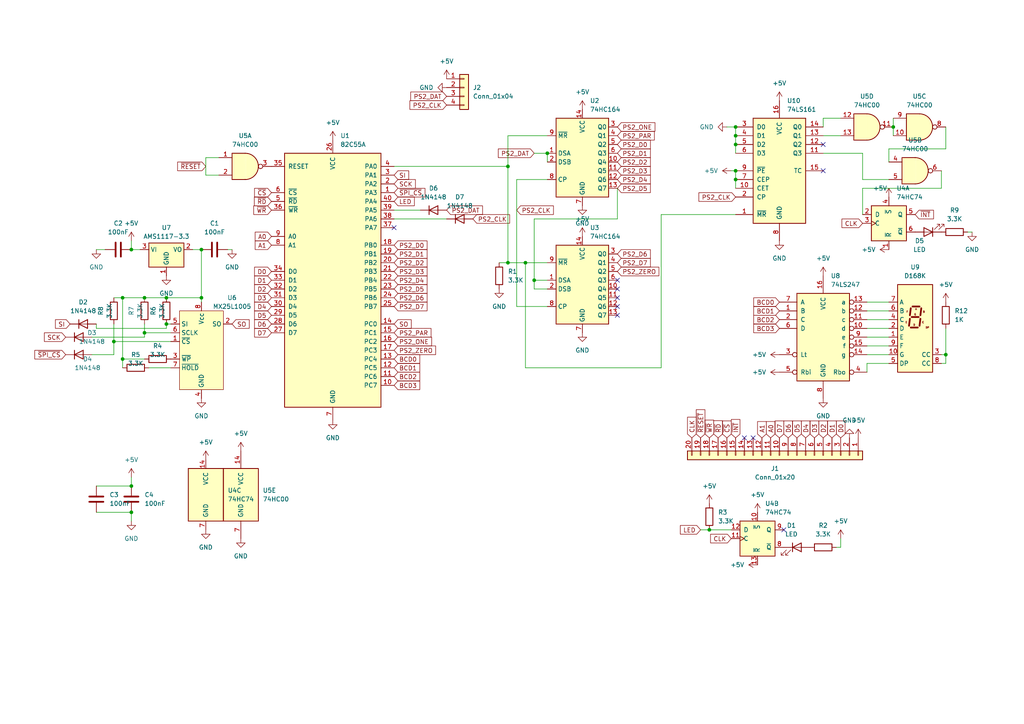
<source format=kicad_sch>
(kicad_sch (version 20230121) (generator eeschema)
  (paper "A4")
  (lib_symbols
    (symbol "74xx:74HC00" (pin_names (offset 1.016))
      (property "Reference" "U" (at 0 1.27 0))
      (property "Value" "74HC00" (at 0 -1.27 0))
      (symbol "74HC00_1_1"
        (pin input line (at -7.62 2.54 0) (length 3.81) (name "~") (number "1"))
        (pin input line (at -7.62 -2.54 0) (length 3.81) (name "~") (number "2"))
        (pin output inverted (at 7.62 0 180) (length 3.81) (name "~") (number "3"))
      )
      (symbol "74HC00_1_2"
        (pin input inverted (at -7.62 2.54 0) (length 4.318) (name "~") (number "1"))
        (pin input inverted (at -7.62 -2.54 0) (length 4.318) (name "~") (number "2"))
        (pin output line (at 7.62 0 180) (length 3.81) (name "~") (number "3"))
      )
      (symbol "74HC00_2_1"
        (pin input line (at -7.62 2.54 0) (length 3.81) (name "~") (number "4"))
        (pin input line (at -7.62 -2.54 0) (length 3.81) (name "~") (number "5"))
        (pin output inverted (at 7.62 0 180) (length 3.81) (name "~") (number "6"))
      )
      (symbol "74HC00_2_2"
        (pin input inverted (at -7.62 2.54 0) (length 4.318) (name "~") (number "4"))
        (pin input inverted (at -7.62 -2.54 0) (length 4.318) (name "~") (number "5"))
        (pin output line (at 7.62 0 180) (length 3.81) (name "~") (number "6"))
      )
      (symbol "74HC00_3_1"
        (pin input line (at -7.62 -2.54 0) (length 3.81) (name "~") (number "10"))
        (pin output inverted (at 7.62 0 180) (length 3.81) (name "~") (number "8"))
        (pin input line (at -7.62 2.54 0) (length 3.81) (name "~") (number "9"))
      )
      (symbol "74HC00_3_2"
        (pin input inverted (at -7.62 -2.54 0) (length 4.318) (name "~") (number "10"))
        (pin output line (at 7.62 0 180) (length 3.81) (name "~") (number "8"))
        (pin input inverted (at -7.62 2.54 0) (length 4.318) (name "~") (number "9"))
      )
      (symbol "74HC00_4_1"
        (pin output inverted (at 7.62 0 180) (length 3.81) (name "~") (number "11"))
        (pin input line (at -7.62 2.54 0) (length 3.81) (name "~") (number "12"))
        (pin input line (at -7.62 -2.54 0) (length 3.81) (name "~") (number "13"))
      )
      (symbol "74HC00_4_2"
        (pin output line (at 7.62 0 180) (length 3.81) (name "~") (number "11"))
        (pin input inverted (at -7.62 2.54 0) (length 4.318) (name "~") (number "12"))
        (pin input inverted (at -7.62 -2.54 0) (length 4.318) (name "~") (number "13"))
      )
      (symbol "74HC00_5_0"
        (pin power_in line (at 0 12.7 270) (length 5.08) (name "VCC") (number "14"))
        (pin power_in line (at 0 -12.7 90) (length 5.08) (name "GND") (number "7"))
      )
    )
    (symbol "74xx:74HC164"
      (property "Reference" "U" (at 1.905 -13.97 0))
      (property "Value" "74HC164" (at 1.905 -16.51 0))
      (symbol "74HC164_1_1"
        (pin input line (at -10.16 0 0) (length 2.54) (name "DSA") (number "1"))
        (pin output line (at 10.16 -2.54 180) (length 2.54) (name "Q4") (number "10"))
        (pin output line (at 10.16 -5.08 180) (length 2.54) (name "Q5") (number "11"))
        (pin output line (at 10.16 -7.62 180) (length 2.54) (name "Q6") (number "12"))
        (pin output line (at 10.16 -10.16 180) (length 2.54) (name "Q7") (number "13"))
        (pin power_in line (at 0 12.7 270) (length 2.54) (name "VCC") (number "14"))
        (pin input line (at -10.16 -2.54 0) (length 2.54) (name "DSB") (number "2"))
        (pin output line (at 10.16 7.62 180) (length 2.54) (name "Q0") (number "3"))
        (pin output line (at 10.16 5.08 180) (length 2.54) (name "Q1") (number "4"))
        (pin output line (at 10.16 2.54 180) (length 2.54) (name "Q2") (number "5"))
        (pin output line (at 10.16 0 180) (length 2.54) (name "Q3") (number "6"))
        (pin power_in line (at 0 -15.24 90) (length 2.54) (name "GND") (number "7"))
        (pin input line (at -10.16 -7.62 0) (length 2.54) (name "CP") (number "8"))
        (pin input line (at -10.16 5.08 0) (length 2.54) (name "~{MR}") (number "9"))
      )
    )
    (symbol "74xx:74HC74" (pin_names (offset 1.016))
      (property "Reference" "U" (at -7.62 8.89 0))
      (property "Value" "74HC74" (at -7.62 -8.89 0))
      (symbol "74HC74_1_0"
        (pin input line (at 0 -7.62 90) (length 2.54) (name "~{R}") (number "1"))
        (pin input line (at -7.62 2.54 0) (length 2.54) (name "D") (number "2"))
        (pin input clock (at -7.62 0 0) (length 2.54) (name "C") (number "3"))
        (pin input line (at 0 7.62 270) (length 2.54) (name "~{S}") (number "4"))
        (pin output line (at 7.62 2.54 180) (length 2.54) (name "Q") (number "5"))
        (pin output line (at 7.62 -2.54 180) (length 2.54) (name "~{Q}") (number "6"))
      )
      (symbol "74HC74_2_0"
        (pin input line (at 0 7.62 270) (length 2.54) (name "~{S}") (number "10"))
        (pin input clock (at -7.62 0 0) (length 2.54) (name "C") (number "11"))
        (pin input line (at -7.62 2.54 0) (length 2.54) (name "D") (number "12"))
        (pin input line (at 0 -7.62 90) (length 2.54) (name "~{R}") (number "13"))
        (pin output line (at 7.62 -2.54 180) (length 2.54) (name "~{Q}") (number "8"))
        (pin output line (at 7.62 2.54 180) (length 2.54) (name "Q") (number "9"))
      )
      (symbol "74HC74_3_0"
        (pin power_in line (at 0 10.16 270) (length 2.54) (name "VCC") (number "14"))
        (pin power_in line (at 0 -10.16 90) (length 2.54) (name "GND") (number "7"))
      )
    )
    (symbol "74xx:74LS163" (pin_names (offset 1.016))
      (property "Reference" "U" (at -7.62 16.51 0))
      (property "Value" "74LS163" (at -7.62 -16.51 0))
      (symbol "74LS163_1_0"
        (pin input line (at -12.7 -12.7 0) (length 5.08) (name "~{MR}") (number "1"))
        (pin input line (at -12.7 -5.08 0) (length 5.08) (name "CET") (number "10"))
        (pin output line (at 12.7 5.08 180) (length 5.08) (name "Q3") (number "11"))
        (pin output line (at 12.7 7.62 180) (length 5.08) (name "Q2") (number "12"))
        (pin output line (at 12.7 10.16 180) (length 5.08) (name "Q1") (number "13"))
        (pin output line (at 12.7 12.7 180) (length 5.08) (name "Q0") (number "14"))
        (pin output line (at 12.7 0 180) (length 5.08) (name "TC") (number "15"))
        (pin power_in line (at 0 20.32 270) (length 5.08) (name "VCC") (number "16"))
        (pin input line (at -12.7 -7.62 0) (length 5.08) (name "CP") (number "2"))
        (pin input line (at -12.7 12.7 0) (length 5.08) (name "D0") (number "3"))
        (pin input line (at -12.7 10.16 0) (length 5.08) (name "D1") (number "4"))
        (pin input line (at -12.7 7.62 0) (length 5.08) (name "D2") (number "5"))
        (pin input line (at -12.7 5.08 0) (length 5.08) (name "D3") (number "6"))
        (pin input line (at -12.7 -2.54 0) (length 5.08) (name "CEP") (number "7"))
        (pin power_in line (at 0 -20.32 90) (length 5.08) (name "GND") (number "8"))
        (pin input line (at -12.7 0 0) (length 5.08) (name "~{PE}") (number "9"))
      )
    )
    (symbol "74xx:74LS247" (pin_names (offset 1.016))
      (property "Reference" "U" (at -7.62 13.97 0))
      (property "Value" "74LS247" (at -7.62 -13.97 0))
      (symbol "74LS247_1_0"
        (pin input line (at -12.7 7.62 0) (length 5.08) (name "B") (number "1"))
        (pin open_collector inverted (at 12.7 2.54 180) (length 5.08) (name "d") (number "10"))
        (pin open_collector inverted (at 12.7 5.08 180) (length 5.08) (name "c") (number "11"))
        (pin open_collector inverted (at 12.7 7.62 180) (length 5.08) (name "b") (number "12"))
        (pin open_collector inverted (at 12.7 10.16 180) (length 5.08) (name "a") (number "13"))
        (pin open_collector inverted (at 12.7 -5.08 180) (length 5.08) (name "g") (number "14"))
        (pin open_collector inverted (at 12.7 -2.54 180) (length 5.08) (name "f") (number "15"))
        (pin power_in line (at 0 17.78 270) (length 5.08) (name "VCC") (number "16"))
        (pin input line (at -12.7 5.08 0) (length 5.08) (name "C") (number "2"))
        (pin input inverted (at -12.7 -5.08 0) (length 5.08) (name "Lt") (number "3"))
        (pin output inverted (at 12.7 -10.16 180) (length 5.08) (name "Rbo") (number "4"))
        (pin input inverted (at -12.7 -10.16 0) (length 5.08) (name "Rbi") (number "5"))
        (pin input line (at -12.7 2.54 0) (length 5.08) (name "D") (number "6"))
        (pin input line (at -12.7 10.16 0) (length 5.08) (name "A") (number "7"))
        (pin power_in line (at 0 -17.78 90) (length 5.08) (name "GND") (number "8"))
        (pin open_collector inverted (at 12.7 0 180) (length 5.08) (name "e") (number "9"))
      )
    )
    (symbol "Connector_Generic:Conn_01x04" (pin_names (offset 1.016) hide)
      (property "Reference" "J" (at 0 5.08 0))
      (property "Value" "Conn_01x04" (at 0 -7.62 0))
      (symbol "Conn_01x04_1_1"
        (pin passive line (at -5.08 2.54 0) (length 3.81) (name "Pin_1") (number "1"))
        (pin passive line (at -5.08 0 0) (length 3.81) (name "Pin_2") (number "2"))
        (pin passive line (at -5.08 -2.54 0) (length 3.81) (name "Pin_3") (number "3"))
        (pin passive line (at -5.08 -5.08 0) (length 3.81) (name "Pin_4") (number "4"))
      )
    )
    (symbol "Connector_Generic:Conn_01x20" (pin_names (offset 1.016) hide)
      (property "Reference" "J" (at 0 25.4 0))
      (property "Value" "Conn_01x20" (at 0 -27.94 0))
      (symbol "Conn_01x20_1_1"
        (pin passive line (at -5.08 22.86 0) (length 3.81) (name "Pin_1") (number "1"))
        (pin passive line (at -5.08 0 0) (length 3.81) (name "Pin_10") (number "10"))
        (pin passive line (at -5.08 -2.54 0) (length 3.81) (name "Pin_11") (number "11"))
        (pin passive line (at -5.08 -5.08 0) (length 3.81) (name "Pin_12") (number "12"))
        (pin passive line (at -5.08 -7.62 0) (length 3.81) (name "Pin_13") (number "13"))
        (pin passive line (at -5.08 -10.16 0) (length 3.81) (name "Pin_14") (number "14"))
        (pin passive line (at -5.08 -12.7 0) (length 3.81) (name "Pin_15") (number "15"))
        (pin passive line (at -5.08 -15.24 0) (length 3.81) (name "Pin_16") (number "16"))
        (pin passive line (at -5.08 -17.78 0) (length 3.81) (name "Pin_17") (number "17"))
        (pin passive line (at -5.08 -20.32 0) (length 3.81) (name "Pin_18") (number "18"))
        (pin passive line (at -5.08 -22.86 0) (length 3.81) (name "Pin_19") (number "19"))
        (pin passive line (at -5.08 20.32 0) (length 3.81) (name "Pin_2") (number "2"))
        (pin passive line (at -5.08 -25.4 0) (length 3.81) (name "Pin_20") (number "20"))
        (pin passive line (at -5.08 17.78 0) (length 3.81) (name "Pin_3") (number "3"))
        (pin passive line (at -5.08 15.24 0) (length 3.81) (name "Pin_4") (number "4"))
        (pin passive line (at -5.08 12.7 0) (length 3.81) (name "Pin_5") (number "5"))
        (pin passive line (at -5.08 10.16 0) (length 3.81) (name "Pin_6") (number "6"))
        (pin passive line (at -5.08 7.62 0) (length 3.81) (name "Pin_7") (number "7"))
        (pin passive line (at -5.08 5.08 0) (length 3.81) (name "Pin_8") (number "8"))
        (pin passive line (at -5.08 2.54 0) (length 3.81) (name "Pin_9") (number "9"))
      )
    )
    (symbol "Device:C" (pin_numbers hide) (pin_names (offset 0.254))
      (property "Reference" "C" (at 0.635 2.54 0))
      (property "Value" "C" (at 0.635 -2.54 0))
      (symbol "C_1_1"
        (pin passive line (at 0 3.81 270) (length 2.794) (name "~") (number "1"))
        (pin passive line (at 0 -3.81 90) (length 2.794) (name "~") (number "2"))
      )
    )
    (symbol "Device:D" (pin_numbers hide) (pin_names (offset 1.016) hide)
      (property "Reference" "D" (at 0 2.54 0))
      (property "Value" "D" (at 0 -2.54 0))
      (symbol "D_1_1"
        (pin passive line (at -3.81 0 0) (length 2.54) (name "K") (number "1"))
        (pin passive line (at 3.81 0 180) (length 2.54) (name "A") (number "2"))
      )
    )
    (symbol "Device:LED" (pin_numbers hide) (pin_names (offset 1.016) hide)
      (property "Reference" "D" (at 0 2.54 0))
      (property "Value" "LED" (at 0 -2.54 0))
      (symbol "LED_1_1"
        (pin passive line (at -3.81 0 0) (length 2.54) (name "K") (number "1"))
        (pin passive line (at 3.81 0 180) (length 2.54) (name "A") (number "2"))
      )
    )
    (symbol "Device:R" (pin_numbers hide) (pin_names (offset 0))
      (property "Reference" "R" (at 2.032 0 90))
      (property "Value" "R" (at 0 0 90))
      (symbol "R_1_1"
        (pin passive line (at 0 3.81 270) (length 1.27) (name "~") (number "1"))
        (pin passive line (at 0 -3.81 90) (length 1.27) (name "~") (number "2"))
      )
    )
    (symbol "Display_Character:D168K"
      (property "Reference" "U" (at -2.54 13.97 0))
      (property "Value" "D168K" (at 1.27 13.97 0))
      (symbol "D168K_0_0"
        (text "A" (at 0.254 5.588 0) (effects (font (size 0.508 0.508))))
        (text "B" (at 2.54 4.826 0) (effects (font (size 0.508 0.508))))
        (text "C" (at 2.286 1.778 0) (effects (font (size 0.508 0.508))))
        (text "D" (at -0.254 1.016 0) (effects (font (size 0.508 0.508))))
        (text "DP" (at 3.556 0.254 0) (effects (font (size 0.508 0.508))))
        (text "E" (at -2.54 1.778 0) (effects (font (size 0.508 0.508))))
        (text "F" (at -2.286 4.826 0) (effects (font (size 0.508 0.508))))
        (text "G" (at 0 4.064 0) (effects (font (size 0.508 0.508))))
      )
      (symbol "D168K_1_1"
        (pin input line (at -7.62 -2.54 0) (length 2.54) (name "E") (number "1"))
        (pin input line (at -7.62 -7.62 0) (length 2.54) (name "G") (number "10"))
        (pin input line (at -7.62 0 0) (length 2.54) (name "D") (number "2"))
        (pin input line (at 7.62 -7.62 180) (length 2.54) (name "CC") (number "3"))
        (pin input line (at -7.62 2.54 0) (length 2.54) (name "C") (number "4"))
        (pin input line (at -7.62 -10.16 0) (length 2.54) (name "DP") (number "5"))
        (pin input line (at -7.62 5.08 0) (length 2.54) (name "B") (number "6"))
        (pin input line (at -7.62 7.62 0) (length 2.54) (name "A") (number "7"))
        (pin input line (at 7.62 -10.16 180) (length 2.54) (name "CC") (number "8"))
        (pin input line (at -7.62 -5.08 0) (length 2.54) (name "F") (number "9"))
      )
    )
    (symbol "Interface:82C55A" (pin_names (offset 1.016))
      (property "Reference" "U" (at -13.97 38.1 0))
      (property "Value" "82C55A" (at 8.89 38.1 0))
      (symbol "82C55A_1_1"
        (pin bidirectional line (at 17.78 25.4 180) (length 3.81) (name "PA3") (number "1"))
        (pin bidirectional line (at 17.78 -30.48 180) (length 3.81) (name "PC7") (number "10"))
        (pin bidirectional line (at 17.78 -27.94 180) (length 3.81) (name "PC6") (number "11"))
        (pin bidirectional line (at 17.78 -25.4 180) (length 3.81) (name "PC5") (number "12"))
        (pin bidirectional line (at 17.78 -22.86 180) (length 3.81) (name "PC4") (number "13"))
        (pin bidirectional line (at 17.78 -12.7 180) (length 3.81) (name "PC0") (number "14"))
        (pin bidirectional line (at 17.78 -15.24 180) (length 3.81) (name "PC1") (number "15"))
        (pin bidirectional line (at 17.78 -17.78 180) (length 3.81) (name "PC2") (number "16"))
        (pin bidirectional line (at 17.78 -20.32 180) (length 3.81) (name "PC3") (number "17"))
        (pin bidirectional line (at 17.78 10.16 180) (length 3.81) (name "PB0") (number "18"))
        (pin bidirectional line (at 17.78 7.62 180) (length 3.81) (name "PB1") (number "19"))
        (pin bidirectional line (at 17.78 27.94 180) (length 3.81) (name "PA2") (number "2"))
        (pin bidirectional line (at 17.78 5.08 180) (length 3.81) (name "PB2") (number "20"))
        (pin bidirectional line (at 17.78 2.54 180) (length 3.81) (name "PB3") (number "21"))
        (pin bidirectional line (at 17.78 0 180) (length 3.81) (name "PB4") (number "22"))
        (pin bidirectional line (at 17.78 -2.54 180) (length 3.81) (name "PB5") (number "23"))
        (pin bidirectional line (at 17.78 -5.08 180) (length 3.81) (name "PB6") (number "24"))
        (pin bidirectional line (at 17.78 -7.62 180) (length 3.81) (name "PB7") (number "25"))
        (pin power_in line (at 0 40.64 270) (length 3.81) (name "VCC") (number "26"))
        (pin bidirectional line (at -17.78 -15.24 0) (length 3.81) (name "D7") (number "27"))
        (pin bidirectional line (at -17.78 -12.7 0) (length 3.81) (name "D6") (number "28"))
        (pin bidirectional line (at -17.78 -10.16 0) (length 3.81) (name "D5") (number "29"))
        (pin bidirectional line (at 17.78 30.48 180) (length 3.81) (name "PA1") (number "3"))
        (pin bidirectional line (at -17.78 -7.62 0) (length 3.81) (name "D4") (number "30"))
        (pin bidirectional line (at -17.78 -5.08 0) (length 3.81) (name "D3") (number "31"))
        (pin bidirectional line (at -17.78 -2.54 0) (length 3.81) (name "D2") (number "32"))
        (pin bidirectional line (at -17.78 0 0) (length 3.81) (name "D1") (number "33"))
        (pin bidirectional line (at -17.78 2.54 0) (length 3.81) (name "D0") (number "34"))
        (pin input line (at -17.78 33.02 0) (length 3.81) (name "RESET") (number "35"))
        (pin input line (at -17.78 20.32 0) (length 3.81) (name "~{WR}") (number "36"))
        (pin bidirectional line (at 17.78 15.24 180) (length 3.81) (name "PA7") (number "37"))
        (pin bidirectional line (at 17.78 17.78 180) (length 3.81) (name "PA6") (number "38"))
        (pin bidirectional line (at 17.78 20.32 180) (length 3.81) (name "PA5") (number "39"))
        (pin bidirectional line (at 17.78 33.02 180) (length 3.81) (name "PA0") (number "4"))
        (pin bidirectional line (at 17.78 22.86 180) (length 3.81) (name "PA4") (number "40"))
        (pin input line (at -17.78 22.86 0) (length 3.81) (name "~{RD}") (number "5"))
        (pin input line (at -17.78 25.4 0) (length 3.81) (name "~{CS}") (number "6"))
        (pin power_in line (at 0 -40.64 90) (length 3.81) (name "GND") (number "7"))
        (pin input line (at -17.78 10.16 0) (length 3.81) (name "A1") (number "8"))
        (pin input line (at -17.78 12.7 0) (length 3.81) (name "A0") (number "9"))
      )
    )
    (symbol "Regulator_Linear:AMS1117-3.3"
      (property "Reference" "U" (at -3.81 3.175 0))
      (property "Value" "AMS1117-3.3" (at 0 3.175 0))
      (symbol "AMS1117-3.3_1_1"
        (pin power_in line (at 0 -7.62 90) (length 2.54) (name "GND") (number "1"))
        (pin power_out line (at 7.62 0 180) (length 2.54) (name "VO") (number "2"))
        (pin power_in line (at -7.62 0 0) (length 2.54) (name "VI") (number "3"))
      )
    )
    (symbol "TholinsStuff:MX25L1005"
      (property "Reference" "U" (at 0 0 0))
      (property "Value" "MX25L1005" (at 0 0 0))
      (symbol "MX25L1005_1_1"
        (pin input line (at -8.89 -12.7 0) (length 2.54) (name "~{CS}") (number "1"))
        (pin output line (at 8.89 -7.62 180) (length 2.54) (name "SO") (number "2"))
        (pin input line (at -8.89 -17.78 0) (length 2.54) (name "~{WP}") (number "3"))
        (pin input line (at 0 -29.21 90) (length 2.54) (name "GND") (number "4"))
        (pin input line (at -8.89 -7.62 0) (length 2.54) (name "SI") (number "5"))
        (pin input line (at -8.89 -10.16 0) (length 2.54) (name "SCLK") (number "6"))
        (pin input line (at -8.89 -20.32 0) (length 2.54) (name "~{HOLD}") (number "7"))
        (pin input line (at 0 -1.27 270) (length 2.54) (name "Vcc") (number "8"))
      )
    )
    (symbol "power:+5V" (power) (pin_names (offset 0))
      (property "Value" "+5V" (at 0 3.556 0))
      (symbol "+5V_1_1"
        (pin power_in line (at 0 0 90) (length 0) hide (name "+5V") (number "1"))
      )
    )
    (symbol "power:GND" (power) (pin_names (offset 0))
      (property "Value" "GND" (at 0 -3.81 0))
      (symbol "GND_1_1"
        (pin power_in line (at 0 0 270) (length 0) hide (name "GND") (number "1"))
      )
    )
  )
  (junction (at 48.26 93.98))
  (junction (at 38.1 140.97))
  (junction (at 213.36 36.83))
  (junction (at 58.42 86.36))
  (junction (at 48.26 86.36))
  (junction (at 38.1 72.39))
  (junction (at 38.1 148.59))
  (junction (at 213.36 39.37))
  (junction (at 41.91 96.52))
  (junction (at 158.75 44.45))
  (junction (at 213.36 41.91))
  (junction (at 213.36 52.07))
  (junction (at 213.36 49.53))
  (junction (at 154.94 81.28))
  (junction (at 205.74 153.67))
  (junction (at 147.32 48.26))
  (junction (at 147.32 76.2))
  (junction (at 35.56 86.36))
  (junction (at 58.42 72.39))
  (junction (at 152.4 76.2))
  (junction (at 41.91 86.36))
  (junction (at 35.56 104.14))
  (junction (at 33.02 99.06))
  (junction (at 259.08 36.83))
  (junction (at 274.32 102.87))
  (no_connect (at 218.44 127))
  (no_connect (at 215.9 127))
  (no_connect (at 238.76 41.91))
  (no_connect (at 179.07 81.28))
  (no_connect (at 227.33 153.67))
  (no_connect (at 114.3 66.04))
  (no_connect (at 179.07 86.36))
  (no_connect (at 179.07 88.9))
  (no_connect (at 238.76 49.53))
  (no_connect (at 179.07 91.44))
  (no_connect (at 179.07 83.82))
  (wire (pts (xy 152.4 106.68) (xy 191.77 106.68)))
  (wire (pts (xy 41.91 97.79) (xy 41.91 96.52)))
  (wire (pts (xy 243.84 158.75) (xy 242.57 158.75)))
  (wire (pts (xy 63.5 50.8) (xy 59.69 50.8)))
  (wire (pts (xy 27.94 95.25) (xy 48.26 95.25)))
  (wire (pts (xy 191.77 62.23) (xy 191.77 106.68)))
  (wire (pts (xy 154.94 63.5) (xy 154.94 81.28)))
  (wire (pts (xy 213.36 49.53) (xy 213.36 52.07)))
  (wire (pts (xy 149.86 88.9) (xy 158.75 88.9)))
  (wire (pts (xy 26.67 102.87) (xy 33.02 102.87)))
  (wire (pts (xy 38.1 140.97) (xy 27.94 140.97)))
  (wire (pts (xy 257.81 105.41) (xy 251.46 105.41)))
  (wire (pts (xy 179.07 54.61) (xy 179.07 63.5)))
  (wire (pts (xy 213.36 39.37) (xy 213.36 41.91)))
  (wire (pts (xy 251.46 102.87) (xy 257.81 102.87)))
  (wire (pts (xy 48.26 86.36) (xy 58.42 86.36)))
  (wire (pts (xy 259.08 36.83) (xy 259.08 39.37)))
  (wire (pts (xy 280.67 67.31) (xy 281.94 67.31)))
  (wire (pts (xy 38.1 72.39) (xy 40.64 72.39)))
  (wire (pts (xy 43.18 106.68) (xy 49.53 106.68)))
  (wire (pts (xy 274.32 43.18) (xy 257.81 43.18)))
  (wire (pts (xy 58.42 86.36) (xy 58.42 87.63)))
  (wire (pts (xy 33.02 86.36) (xy 35.56 86.36)))
  (wire (pts (xy 27.94 72.39) (xy 30.48 72.39)))
  (wire (pts (xy 257.81 43.18) (xy 257.81 46.99)))
  (wire (pts (xy 205.74 153.67) (xy 212.09 153.67)))
  (wire (pts (xy 35.56 104.14) (xy 35.56 106.68)))
  (wire (pts (xy 41.91 86.36) (xy 48.26 86.36)))
  (wire (pts (xy 147.32 76.2) (xy 152.4 76.2)))
  (wire (pts (xy 274.32 102.87) (xy 274.32 105.41)))
  (wire (pts (xy 26.67 97.79) (xy 41.91 97.79)))
  (wire (pts (xy 179.07 63.5) (xy 154.94 63.5)))
  (wire (pts (xy 33.02 102.87) (xy 33.02 99.06)))
  (wire (pts (xy 251.46 95.25) (xy 257.81 95.25)))
  (wire (pts (xy 35.56 104.14) (xy 35.56 86.36)))
  (wire (pts (xy 158.75 83.82) (xy 154.94 83.82)))
  (wire (pts (xy 48.26 95.25) (xy 48.26 93.98)))
  (wire (pts (xy 27.94 93.98) (xy 27.94 95.25)))
  (wire (pts (xy 274.32 95.25) (xy 274.32 102.87)))
  (wire (pts (xy 273.05 54.61) (xy 250.19 54.61)))
  (wire (pts (xy 238.76 34.29) (xy 238.76 36.83)))
  (wire (pts (xy 152.4 106.68) (xy 152.4 76.2)))
  (wire (pts (xy 251.46 97.79) (xy 257.81 97.79)))
  (wire (pts (xy 273.05 102.87) (xy 274.32 102.87)))
  (wire (pts (xy 213.36 36.83) (xy 213.36 39.37)))
  (wire (pts (xy 154.94 83.82) (xy 154.94 81.28)))
  (wire (pts (xy 250.19 52.07) (xy 257.81 52.07)))
  (wire (pts (xy 259.08 34.29) (xy 259.08 36.83)))
  (wire (pts (xy 251.46 90.17) (xy 257.81 90.17)))
  (wire (pts (xy 147.32 39.37) (xy 147.32 48.26)))
  (wire (pts (xy 63.5 45.72) (xy 59.69 45.72)))
  (wire (pts (xy 152.4 76.2) (xy 158.75 76.2)))
  (wire (pts (xy 35.56 86.36) (xy 41.91 86.36)))
  (wire (pts (xy 213.36 41.91) (xy 213.36 44.45)))
  (wire (pts (xy 250.19 54.61) (xy 250.19 62.23)))
  (wire (pts (xy 66.04 72.39) (xy 67.31 72.39)))
  (wire (pts (xy 41.91 96.52) (xy 49.53 96.52)))
  (wire (pts (xy 41.91 93.98) (xy 41.91 96.52)))
  (wire (pts (xy 144.78 76.2) (xy 147.32 76.2)))
  (wire (pts (xy 49.53 99.06) (xy 33.02 99.06)))
  (wire (pts (xy 212.09 49.53) (xy 213.36 49.53)))
  (wire (pts (xy 48.26 93.98) (xy 49.53 93.98)))
  (wire (pts (xy 251.46 105.41) (xy 251.46 107.95)))
  (wire (pts (xy 158.75 52.07) (xy 149.86 52.07)))
  (wire (pts (xy 38.1 151.13) (xy 38.1 148.59)))
  (wire (pts (xy 238.76 44.45) (xy 250.19 44.45)))
  (wire (pts (xy 59.69 45.72) (xy 59.69 50.8)))
  (wire (pts (xy 154.94 81.28) (xy 158.75 81.28)))
  (wire (pts (xy 243.84 156.21) (xy 243.84 158.75)))
  (wire (pts (xy 114.3 60.96) (xy 121.92 60.96)))
  (wire (pts (xy 158.75 46.99) (xy 158.75 44.45)))
  (wire (pts (xy 251.46 87.63) (xy 257.81 87.63)))
  (wire (pts (xy 158.75 39.37) (xy 147.32 39.37)))
  (wire (pts (xy 243.84 34.29) (xy 238.76 34.29)))
  (wire (pts (xy 213.36 62.23) (xy 191.77 62.23)))
  (wire (pts (xy 251.46 92.71) (xy 257.81 92.71)))
  (wire (pts (xy 38.1 138.43) (xy 38.1 140.97)))
  (wire (pts (xy 58.42 72.39) (xy 58.42 86.36)))
  (wire (pts (xy 210.82 36.83) (xy 213.36 36.83)))
  (wire (pts (xy 33.02 99.06) (xy 33.02 93.98)))
  (wire (pts (xy 250.19 44.45) (xy 250.19 52.07)))
  (wire (pts (xy 251.46 100.33) (xy 257.81 100.33)))
  (wire (pts (xy 114.3 48.26) (xy 147.32 48.26)))
  (wire (pts (xy 203.2 153.67) (xy 205.74 153.67)))
  (wire (pts (xy 38.1 69.85) (xy 38.1 72.39)))
  (wire (pts (xy 114.3 63.5) (xy 129.54 63.5)))
  (wire (pts (xy 274.32 36.83) (xy 274.32 43.18)))
  (wire (pts (xy 273.05 49.53) (xy 273.05 54.61)))
  (wire (pts (xy 38.1 148.59) (xy 27.94 148.59)))
  (wire (pts (xy 238.76 39.37) (xy 243.84 39.37)))
  (wire (pts (xy 274.32 105.41) (xy 273.05 105.41)))
  (wire (pts (xy 158.75 44.45) (xy 154.94 44.45)))
  (wire (pts (xy 213.36 52.07) (xy 213.36 54.61)))
  (wire (pts (xy 147.32 48.26) (xy 147.32 76.2)))
  (wire (pts (xy 41.91 104.14) (xy 35.56 104.14)))
  (wire (pts (xy 149.86 52.07) (xy 149.86 88.9)))
  (wire (pts (xy 55.88 72.39) (xy 58.42 72.39)))
  (global_label "D2" (shape input) (at 78.74 83.82 180) (property "Intersheetrefs" "${INTERSHEET_REFS}" (effects hide)))
  (global_label "PS2_PAR" (shape input) (at 114.3 96.52 0) (property "Intersheetrefs" "${INTERSHEET_REFS}" (effects hide)))
  (global_label "PS2_DAT" (shape input) (at 129.54 27.94 180) (property "Intersheetrefs" "${INTERSHEET_REFS}" (effects hide)))
  (global_label "PS2_D7" (shape input) (at 179.07 76.2 0) (property "Intersheetrefs" "${INTERSHEET_REFS}" (effects hide)))
  (global_label "CLK" (shape input) (at 212.09 156.21 180) (property "Intersheetrefs" "${INTERSHEET_REFS}" (effects hide)))
  (global_label "LED" (shape input) (at 203.2 153.67 180) (property "Intersheetrefs" "${INTERSHEET_REFS}" (effects hide)))
  (global_label "D3" (shape input) (at 236.22 127 90) (property "Intersheetrefs" "${INTERSHEET_REFS}" (effects hide)))
  (global_label "~{RESET}" (shape input) (at 59.69 48.26 180) (property "Intersheetrefs" "${INTERSHEET_REFS}" (effects hide)))
  (global_label "SO" (shape input) (at 67.31 93.98 0) (property "Intersheetrefs" "${INTERSHEET_REFS}" (effects hide)))
  (global_label "PS2_D1" (shape input) (at 114.3 73.66 0) (property "Intersheetrefs" "${INTERSHEET_REFS}" (effects hide)))
  (global_label "A1" (shape input) (at 78.74 71.12 180) (property "Intersheetrefs" "${INTERSHEET_REFS}" (effects hide)))
  (global_label "D6" (shape input) (at 78.74 93.98 180) (property "Intersheetrefs" "${INTERSHEET_REFS}" (effects hide)))
  (global_label "PS2_D5" (shape input) (at 114.3 83.82 0) (property "Intersheetrefs" "${INTERSHEET_REFS}" (effects hide)))
  (global_label "D1" (shape input) (at 78.74 81.28 180) (property "Intersheetrefs" "${INTERSHEET_REFS}" (effects hide)))
  (global_label "PS2_D2" (shape input) (at 179.07 46.99 0) (property "Intersheetrefs" "${INTERSHEET_REFS}" (effects hide)))
  (global_label "D0" (shape input) (at 78.74 78.74 180) (property "Intersheetrefs" "${INTERSHEET_REFS}" (effects hide)))
  (global_label "PS2_D4" (shape input) (at 114.3 81.28 0) (property "Intersheetrefs" "${INTERSHEET_REFS}" (effects hide)))
  (global_label "CLK" (shape input) (at 200.66 127 90) (property "Intersheetrefs" "${INTERSHEET_REFS}" (effects hide)))
  (global_label "BCD1" (shape input) (at 114.3 106.68 0) (property "Intersheetrefs" "${INTERSHEET_REFS}" (effects hide)))
  (global_label "~{RESET}" (shape input) (at 203.2 127 90) (property "Intersheetrefs" "${INTERSHEET_REFS}" (effects hide)))
  (global_label "~{SPI_CS}" (shape input) (at 114.3 55.88 0) (property "Intersheetrefs" "${INTERSHEET_REFS}" (effects hide)))
  (global_label "SO" (shape input) (at 114.3 93.98 0) (property "Intersheetrefs" "${INTERSHEET_REFS}" (effects hide)))
  (global_label "LED" (shape input) (at 114.3 58.42 0) (property "Intersheetrefs" "${INTERSHEET_REFS}" (effects hide)))
  (global_label "PS2_DAT" (shape input) (at 129.54 60.96 0) (property "Intersheetrefs" "${INTERSHEET_REFS}" (effects hide)))
  (global_label "PS2_ZERO" (shape input) (at 179.07 78.74 0) (property "Intersheetrefs" "${INTERSHEET_REFS}" (effects hide)))
  (global_label "BCD3" (shape input) (at 226.06 95.25 180) (property "Intersheetrefs" "${INTERSHEET_REFS}" (effects hide)))
  (global_label "BCD0" (shape input) (at 114.3 104.14 0) (property "Intersheetrefs" "${INTERSHEET_REFS}" (effects hide)))
  (global_label "BCD2" (shape input) (at 114.3 109.22 0) (property "Intersheetrefs" "${INTERSHEET_REFS}" (effects hide)))
  (global_label "SCK" (shape input) (at 19.05 97.79 180) (property "Intersheetrefs" "${INTERSHEET_REFS}" (effects hide)))
  (global_label "CLK" (shape input) (at 250.19 64.77 180) (property "Intersheetrefs" "${INTERSHEET_REFS}" (effects hide)))
  (global_label "~{RD}" (shape input) (at 208.28 127 90) (property "Intersheetrefs" "${INTERSHEET_REFS}" (effects hide)))
  (global_label "~{WR}" (shape input) (at 205.74 127 90) (property "Intersheetrefs" "${INTERSHEET_REFS}" (effects hide)))
  (global_label "BCD1" (shape input) (at 226.06 90.17 180) (property "Intersheetrefs" "${INTERSHEET_REFS}" (effects hide)))
  (global_label "PS2_ONE" (shape input) (at 179.07 36.83 0) (property "Intersheetrefs" "${INTERSHEET_REFS}" (effects hide)))
  (global_label "D7" (shape input) (at 78.74 96.52 180) (property "Intersheetrefs" "${INTERSHEET_REFS}" (effects hide)))
  (global_label "PS2_D4" (shape input) (at 179.07 52.07 0) (property "Intersheetrefs" "${INTERSHEET_REFS}" (effects hide)))
  (global_label "BCD2" (shape input) (at 226.06 92.71 180) (property "Intersheetrefs" "${INTERSHEET_REFS}" (effects hide)))
  (global_label "PS2_CLK" (shape input) (at 149.86 60.96 0) (property "Intersheetrefs" "${INTERSHEET_REFS}" (effects hide)))
  (global_label "PS2_ONE" (shape input) (at 114.3 99.06 0) (property "Intersheetrefs" "${INTERSHEET_REFS}" (effects hide)))
  (global_label "PS2_CLK" (shape input) (at 213.36 57.15 180) (property "Intersheetrefs" "${INTERSHEET_REFS}" (effects hide)))
  (global_label "PS2_CLK" (shape input) (at 137.16 63.5 0) (property "Intersheetrefs" "${INTERSHEET_REFS}" (effects hide)))
  (global_label "PS2_D7" (shape input) (at 114.3 88.9 0) (property "Intersheetrefs" "${INTERSHEET_REFS}" (effects hide)))
  (global_label "~{INT}" (shape input) (at 265.43 62.23 0) (property "Intersheetrefs" "${INTERSHEET_REFS}" (effects hide)))
  (global_label "PS2_D5" (shape input) (at 179.07 54.61 0) (property "Intersheetrefs" "${INTERSHEET_REFS}" (effects hide)))
  (global_label "D2" (shape input) (at 238.76 127 90) (property "Intersheetrefs" "${INTERSHEET_REFS}" (effects hide)))
  (global_label "D4" (shape input) (at 78.74 88.9 180) (property "Intersheetrefs" "${INTERSHEET_REFS}" (effects hide)))
  (global_label "PS2_PAR" (shape input) (at 179.07 39.37 0) (property "Intersheetrefs" "${INTERSHEET_REFS}" (effects hide)))
  (global_label "PS2_D0" (shape input) (at 114.3 71.12 0) (property "Intersheetrefs" "${INTERSHEET_REFS}" (effects hide)))
  (global_label "~{INT}" (shape input) (at 213.36 127 90) (property "Intersheetrefs" "${INTERSHEET_REFS}" (effects hide)))
  (global_label "PS2_D3" (shape input) (at 114.3 78.74 0) (property "Intersheetrefs" "${INTERSHEET_REFS}" (effects hide)))
  (global_label "D0" (shape input) (at 243.84 127 90) (property "Intersheetrefs" "${INTERSHEET_REFS}" (effects hide)))
  (global_label "PS2_D3" (shape input) (at 179.07 49.53 0) (property "Intersheetrefs" "${INTERSHEET_REFS}" (effects hide)))
  (global_label "PS2_D6" (shape input) (at 179.07 73.66 0) (property "Intersheetrefs" "${INTERSHEET_REFS}" (effects hide)))
  (global_label "~{CS}" (shape input) (at 210.82 127 90) (property "Intersheetrefs" "${INTERSHEET_REFS}" (effects hide)))
  (global_label "PS2_D1" (shape input) (at 179.07 44.45 0) (property "Intersheetrefs" "${INTERSHEET_REFS}" (effects hide)))
  (global_label "SI" (shape input) (at 114.3 50.8 0) (property "Intersheetrefs" "${INTERSHEET_REFS}" (effects hide)))
  (global_label "SI" (shape input) (at 20.32 93.98 180) (property "Intersheetrefs" "${INTERSHEET_REFS}" (effects hide)))
  (global_label "A0" (shape input) (at 223.52 127 90) (property "Intersheetrefs" "${INTERSHEET_REFS}" (effects hide)))
  (global_label "SCK" (shape input) (at 114.3 53.34 0) (property "Intersheetrefs" "${INTERSHEET_REFS}" (effects hide)))
  (global_label "D3" (shape input) (at 78.74 86.36 180) (property "Intersheetrefs" "${INTERSHEET_REFS}" (effects hide)))
  (global_label "~{CS}" (shape input) (at 78.74 55.88 180) (property "Intersheetrefs" "${INTERSHEET_REFS}" (effects hide)))
  (global_label "~{WR}" (shape input) (at 78.74 60.96 180) (property "Intersheetrefs" "${INTERSHEET_REFS}" (effects hide)))
  (global_label "D1" (shape input) (at 241.3 127 90) (property "Intersheetrefs" "${INTERSHEET_REFS}" (effects hide)))
  (global_label "D4" (shape input) (at 233.68 127 90) (property "Intersheetrefs" "${INTERSHEET_REFS}" (effects hide)))
  (global_label "D5" (shape input) (at 231.14 127 90) (property "Intersheetrefs" "${INTERSHEET_REFS}" (effects hide)))
  (global_label "PS2_ZERO" (shape input) (at 114.3 101.6 0) (property "Intersheetrefs" "${INTERSHEET_REFS}" (effects hide)))
  (global_label "D5" (shape input) (at 78.74 91.44 180) (property "Intersheetrefs" "${INTERSHEET_REFS}" (effects hide)))
  (global_label "PS2_CLK" (shape input) (at 129.54 30.48 180) (property "Intersheetrefs" "${INTERSHEET_REFS}" (effects hide)))
  (global_label "D6" (shape input) (at 228.6 127 90) (property "Intersheetrefs" "${INTERSHEET_REFS}" (effects hide)))
  (global_label "~{SPI_CS}" (shape input) (at 19.05 102.87 180) (property "Intersheetrefs" "${INTERSHEET_REFS}" (effects hide)))
  (global_label "BCD3" (shape input) (at 114.3 111.76 0) (property "Intersheetrefs" "${INTERSHEET_REFS}" (effects hide)))
  (global_label "PS2_D2" (shape input) (at 114.3 76.2 0) (property "Intersheetrefs" "${INTERSHEET_REFS}" (effects hide)))
  (global_label "PS2_D6" (shape input) (at 114.3 86.36 0) (property "Intersheetrefs" "${INTERSHEET_REFS}" (effects hide)))
  (global_label "D7" (shape input) (at 226.06 127 90) (property "Intersheetrefs" "${INTERSHEET_REFS}" (effects hide)))
  (global_label "A0" (shape input) (at 78.74 68.58 180) (property "Intersheetrefs" "${INTERSHEET_REFS}" (effects hide)))
  (global_label "A1" (shape input) (at 220.98 127 90) (property "Intersheetrefs" "${INTERSHEET_REFS}" (effects hide)))
  (global_label "~{RD}" (shape input) (at 78.74 58.42 180) (property "Intersheetrefs" "${INTERSHEET_REFS}" (effects hide)))
  (global_label "PS2_DAT" (shape input) (at 154.94 44.45 180) (property "Intersheetrefs" "${INTERSHEET_REFS}" (effects hide)))
  (global_label "PS2_D0" (shape input) (at 179.07 41.91 0) (property "Intersheetrefs" "${INTERSHEET_REFS}" (effects hide)))
  (global_label "BCD0" (shape input) (at 226.06 87.63 180) (property "Intersheetrefs" "${INTERSHEET_REFS}" (effects hide)))
  (symbol (lib_id "power:GND") (at 144.78 83.82 0) (unit 1)
    (property "Reference" "#PWR03" (effects hide))
    (property "Value" "GND" (at 144.78 88.9 0))
  )
  (symbol (lib_id "power:+5V") (at 168.91 31.75 0) (unit 1)
    (property "Reference" "#PWR04" (effects hide))
    (property "Value" "+5V" (at 168.91 26.67 0))
  )
  (symbol (lib_id "74xx:74HC74") (at 219.71 156.21 0) (unit 2)
    (property "Reference" "U4" (at 221.9041 146.05 0) (effects (justify left)))
    (property "Value" "74HC74" (at 221.9041 148.59 0) (effects (justify left)))
    (property "Footprint" "Package_DIP:DIP-14_W7.62mm" (effects hide))
    (property "Datasheet" "74xx/74hc_hct74.pdf" (effects hide))
  )
  (symbol (lib_id "Device:D") (at 133.35 63.5 0) (unit 1)
    (property "Reference" "D7" (at 133.35 57.15 0))
    (property "Value" "1N4148" (at 133.35 59.69 0))
    (property "Footprint" "Diode_THT:D_DO-34_SOD68_P7.62mm_Horizontal" (effects hide))
    (property "Sim.Device" "D" (effects hide))
    (property "Sim.Pins" "1=K 2=A" (effects hide))
  )
  (symbol (lib_id "Device:D") (at 24.13 93.98 0) (unit 1)
    (property "Reference" "D2" (at 24.13 87.63 0))
    (property "Value" "1N4148" (at 24.13 90.17 0))
    (property "Footprint" "Diode_THT:D_DO-34_SOD68_P7.62mm_Horizontal" (effects hide))
    (property "Sim.Device" "D" (effects hide))
    (property "Sim.Pins" "1=K 2=A" (effects hide))
  )
  (symbol (lib_id "power:GND") (at 129.54 25.4 270) (unit 1)
    (property "Reference" "#PWR031" (effects hide))
    (property "Value" "GND" (at 125.73 25.4 90) (effects (justify right)))
  )
  (symbol (lib_id "power:+5V") (at 96.52 40.64 0) (unit 1)
    (property "Reference" "#PWR01" (effects hide))
    (property "Value" "+5V" (at 96.52 35.56 0))
  )
  (symbol (lib_id "Interface:82C55A") (at 96.52 81.28 0) (unit 1)
    (property "Reference" "U1" (at 98.7141 39.37 0) (effects (justify left)))
    (property "Value" "82C55A" (at 98.7141 41.91 0) (effects (justify left)))
    (property "Footprint" "Package_DIP:DIP-40_W15.24mm" (effects hide))
    (property "Datasheet" "http://jap.hu/electronic/8255.pdf" (effects hide))
  )
  (symbol (lib_id "power:+5V") (at 219.71 148.59 0) (unit 1)
    (property "Reference" "#PWR013" (effects hide))
    (property "Value" "+5V" (at 219.71 143.51 0))
  )
  (symbol (lib_id "power:GND") (at 38.1 151.13 0) (unit 1)
    (property "Reference" "#PWR035" (effects hide))
    (property "Value" "GND" (at 38.1 156.21 0))
  )
  (symbol (lib_id "Device:C") (at 27.94 144.78 180) (unit 1)
    (property "Reference" "C3" (at 31.75 143.51 0) (effects (justify right)))
    (property "Value" "100nF" (at 31.75 146.05 0) (effects (justify right)))
    (property "Footprint" "Capacitor_THT:C_Disc_D3.0mm_W1.6mm_P2.50mm" (effects hide))
  )
  (symbol (lib_id "Device:R") (at 33.02 90.17 180) (unit 1)
    (property "Reference" "R8" (at 29.21 90.17 90))
    (property "Value" "3.3K" (at 31.75 90.17 90))
    (property "Footprint" "Resistor_THT:R_Axial_DIN0204_L3.6mm_D1.6mm_P7.62mm_Horizontal" (effects hide))
  )
  (symbol (lib_id "74xx:74HC74") (at 257.81 64.77 0) (unit 1)
    (property "Reference" "U4" (at 260.0041 54.61 0) (effects (justify left)))
    (property "Value" "74HC74" (at 260.0041 57.15 0) (effects (justify left)))
    (property "Footprint" "Package_DIP:DIP-14_W7.62mm" (effects hide))
    (property "Datasheet" "74xx/74hc_hct74.pdf" (effects hide))
  )
  (symbol (lib_id "Device:R") (at 45.72 104.14 90) (unit 1)
    (property "Reference" "R4" (at 45.72 100.33 90))
    (property "Value" "3.3K" (at 45.72 102.87 90))
    (property "Footprint" "Resistor_THT:R_Axial_DIN0204_L3.6mm_D1.6mm_P7.62mm_Horizontal" (effects hide))
  )
  (symbol (lib_id "Device:LED") (at 231.14 158.75 0) (unit 1)
    (property "Reference" "D1" (at 229.5525 152.4 0))
    (property "Value" "LED" (at 229.5525 154.94 0))
    (property "Footprint" "LED_THT:LED_D3.0mm" (effects hide))
  )
  (symbol (lib_id "power:+5V") (at 212.09 49.53 90) (unit 1)
    (property "Reference" "#PWR022" (effects hide))
    (property "Value" "+5V" (at 208.28 49.53 90) (effects (justify left)))
  )
  (symbol (lib_id "power:+5V") (at 226.06 102.87 90) (unit 1)
    (property "Reference" "#PWR025" (effects hide))
    (property "Value" "+5V" (at 222.25 102.87 90) (effects (justify left)))
  )
  (symbol (lib_id "power:+5V") (at 243.84 156.21 0) (unit 1)
    (property "Reference" "#PWR016" (effects hide))
    (property "Value" "+5V" (at 243.84 151.13 0))
  )
  (symbol (lib_id "Device:C") (at 38.1 144.78 180) (unit 1)
    (property "Reference" "C4" (at 41.91 143.51 0) (effects (justify right)))
    (property "Value" "100nF" (at 41.91 146.05 0) (effects (justify right)))
    (property "Footprint" "Capacitor_THT:C_Disc_D3.0mm_W1.6mm_P2.50mm" (effects hide))
  )
  (symbol (lib_id "74xx:74HC00") (at 71.12 48.26 0) (unit 1)
    (property "Reference" "U5" (at 71.1117 39.37 0))
    (property "Value" "74HC00" (at 71.1117 41.91 0))
    (property "Footprint" "Package_DIP:DIP-14_W7.62mm" (effects hide))
    (property "Datasheet" "http://www.ti.com/lit/gpn/sn74hc00" (effects hide))
  )
  (symbol (lib_id "74xx:74HC00") (at 265.43 49.53 0) (unit 2)
    (property "Reference" "U5" (at 265.4217 40.64 0))
    (property "Value" "74HC00" (at 265.4217 43.18 0))
    (property "Footprint" "Package_DIP:DIP-14_W7.62mm" (effects hide))
    (property "Datasheet" "http://www.ti.com/lit/gpn/sn74hc00" (effects hide))
  )
  (symbol (lib_id "Connector_Generic:Conn_01x04") (at 134.62 25.4 0) (unit 1)
    (property "Reference" "J2" (at 137.16 25.4 0) (effects (justify left)))
    (property "Value" "Conn_01x04" (at 137.16 27.94 0) (effects (justify left)))
    (property "Footprint" "Connector_PinHeader_2.54mm:PinHeader_1x04_P2.54mm_Vertical" (effects hide))
  )
  (symbol (lib_id "74xx:74HC00") (at 266.7 36.83 0) (unit 3)
    (property "Reference" "U5" (at 266.6917 27.94 0))
    (property "Value" "74HC00" (at 266.6917 30.48 0))
    (property "Footprint" "Package_DIP:DIP-14_W7.62mm" (effects hide))
    (property "Datasheet" "http://www.ti.com/lit/gpn/sn74hc00" (effects hide))
  )
  (symbol (lib_id "Display_Character:D168K") (at 265.43 95.25 0) (unit 1)
    (property "Reference" "U9" (at 265.43 77.47 0))
    (property "Value" "D168K" (at 265.43 80.01 0))
    (property "Footprint" "Display_7Segment:D1X8K" (effects hide))
    (property "Datasheet" "https://ia800903.us.archive.org/24/items/CTKD1x8K/Cromatek%20D168K.pdf" (effects hide))
  )
  (symbol (lib_id "power:GND") (at 168.91 96.52 0) (unit 1)
    (property "Reference" "#PWR06" (effects hide))
    (property "Value" "GND" (at 168.91 101.6 0))
  )
  (symbol (lib_id "TholinsStuff:MX25L1005") (at 58.42 86.36 0) (unit 1)
    (property "Reference" "U6" (at 67.31 86.36 0))
    (property "Value" "MX25L1005" (at 67.31 88.9 0))
    (property "Footprint" "Package_DIP:DIP-8_W7.62mm" (effects hide))
  )
  (symbol (lib_id "power:+5V") (at 257.81 72.39 90) (unit 1)
    (property "Reference" "#PWR014" (effects hide))
    (property "Value" "+5V" (at 254 72.39 90) (effects (justify left)))
  )
  (symbol (lib_id "Device:D") (at 22.86 97.79 0) (unit 1)
    (property "Reference" "D3" (at 26.67 96.52 0))
    (property "Value" "1N4148" (at 26.67 99.06 0))
    (property "Footprint" "Diode_THT:D_DO-34_SOD68_P7.62mm_Horizontal" (effects hide))
    (property "Sim.Device" "D" (effects hide))
    (property "Sim.Pins" "1=K 2=A" (effects hide))
  )
  (symbol (lib_id "Connector_Generic:Conn_01x20") (at 226.06 132.08 270) (unit 1)
    (property "Reference" "J1" (at 224.79 135.89 90))
    (property "Value" "Conn_01x20" (at 224.79 138.43 90))
    (property "Footprint" "Connector_PinHeader_2.54mm:PinHeader_1x20_P2.54mm_Vertical" (effects hide))
  )
  (symbol (lib_id "power:GND") (at 226.06 69.85 0) (unit 1)
    (property "Reference" "#PWR037" (effects hide))
    (property "Value" "GND" (at 226.06 74.93 0))
  )
  (symbol (lib_id "Device:R") (at 205.74 149.86 0) (unit 1)
    (property "Reference" "R3" (at 208.28 148.59 0) (effects (justify left)))
    (property "Value" "3.3K" (at 208.28 151.13 0) (effects (justify left)))
    (property "Footprint" "Resistor_THT:R_Axial_DIN0204_L3.6mm_D1.6mm_P7.62mm_Horizontal" (effects hide))
  )
  (symbol (lib_id "power:+5V") (at 248.92 127 0) (unit 1)
    (property "Reference" "#PWR029" (effects hide))
    (property "Value" "+5V" (at 248.92 121.92 0))
  )
  (symbol (lib_id "power:+5V") (at 59.69 133.35 0) (unit 1)
    (property "Reference" "#PWR09" (effects hide))
    (property "Value" "+5V" (at 59.69 128.27 0))
  )
  (symbol (lib_id "Device:R") (at 274.32 91.44 0) (unit 1)
    (property "Reference" "R12" (at 276.86 90.17 0) (effects (justify left)))
    (property "Value" "1K" (at 276.86 92.71 0) (effects (justify left)))
    (property "Footprint" "Resistor_THT:R_Axial_DIN0204_L3.6mm_D1.6mm_P7.62mm_Horizontal" (effects hide))
  )
  (symbol (lib_id "Device:D") (at 22.86 102.87 0) (unit 1)
    (property "Reference" "D4" (at 25.4 104.14 0))
    (property "Value" "1N4148" (at 25.4 106.68 0))
    (property "Footprint" "Diode_THT:D_DO-34_SOD68_P7.62mm_Horizontal" (effects hide))
    (property "Sim.Device" "D" (effects hide))
    (property "Sim.Pins" "1=K 2=A" (effects hide))
  )
  (symbol (lib_id "power:+5V") (at 226.06 29.21 0) (unit 1)
    (property "Reference" "#PWR036" (effects hide))
    (property "Value" "+5V" (at 226.06 24.13 0))
  )
  (symbol (lib_id "Device:C") (at 34.29 72.39 90) (unit 1)
    (property "Reference" "C2" (at 34.29 64.77 90))
    (property "Value" "100nF" (at 34.29 67.31 90))
    (property "Footprint" "Capacitor_THT:C_Disc_D3.0mm_W1.6mm_P2.50mm" (effects hide))
  )
  (symbol (lib_id "74xx:74HC00") (at 251.46 36.83 0) (unit 4)
    (property "Reference" "U5" (at 251.4517 27.94 0))
    (property "Value" "74HC00" (at 251.4517 30.48 0))
    (property "Footprint" "Package_DIP:DIP-14_W7.62mm" (effects hide))
    (property "Datasheet" "http://www.ti.com/lit/gpn/sn74hc00" (effects hide))
  )
  (symbol (lib_id "74xx:74HC164") (at 168.91 44.45 0) (unit 1)
    (property "Reference" "U2" (at 171.1041 29.21 0) (effects (justify left)))
    (property "Value" "74HC164" (at 171.1041 31.75 0) (effects (justify left)))
    (property "Footprint" "Package_DIP:DIP-14_W7.62mm" (effects hide))
    (property "Datasheet" "https://assets.nexperia.com/documents/data-sheet/74HC_HCT164.pdf" (effects hide))
  )
  (symbol (lib_id "power:+5V") (at 226.06 107.95 90) (unit 1)
    (property "Reference" "#PWR026" (effects hide))
    (property "Value" "+5V" (at 222.25 107.95 90) (effects (justify left)))
  )
  (symbol (lib_id "power:+5V") (at 238.76 80.01 0) (unit 1)
    (property "Reference" "#PWR024" (effects hide))
    (property "Value" "+5V" (at 238.76 74.93 0))
  )
  (symbol (lib_id "Device:R") (at 39.37 106.68 90) (unit 1)
    (property "Reference" "R5" (at 39.37 102.87 90))
    (property "Value" "3.3K" (at 39.37 105.41 90))
    (property "Footprint" "Resistor_THT:R_Axial_DIN0204_L3.6mm_D1.6mm_P7.62mm_Horizontal" (effects hide))
  )
  (symbol (lib_id "power:+5V") (at 38.1 138.43 0) (unit 1)
    (property "Reference" "#PWR034" (effects hide))
    (property "Value" "+5V" (at 38.1 133.35 0))
  )
  (symbol (lib_id "Device:R") (at 48.26 90.17 180) (unit 1)
    (property "Reference" "R6" (at 44.45 90.17 90))
    (property "Value" "3.3K" (at 46.99 90.17 90))
    (property "Footprint" "Resistor_THT:R_Axial_DIN0204_L3.6mm_D1.6mm_P7.62mm_Horizontal" (effects hide))
  )
  (symbol (lib_id "power:+5V") (at 257.81 57.15 0) (unit 1)
    (property "Reference" "#PWR012" (effects hide))
    (property "Value" "+5V" (at 255.27 54.61 0))
  )
  (symbol (lib_id "power:+5V") (at 205.74 146.05 0) (unit 1)
    (property "Reference" "#PWR017" (effects hide))
    (property "Value" "+5V" (at 205.74 140.97 0))
  )
  (symbol (lib_id "Device:R") (at 238.76 158.75 90) (unit 1)
    (property "Reference" "R2" (at 238.76 152.4 90))
    (property "Value" "3.3K" (at 238.76 154.94 90))
    (property "Footprint" "Resistor_THT:R_Axial_DIN0204_L3.6mm_D1.6mm_P7.62mm_Horizontal" (effects hide))
  )
  (symbol (lib_id "74xx:74HC00") (at 69.85 143.51 0) (unit 5)
    (property "Reference" "U5" (at 76.2 142.24 0) (effects (justify left)))
    (property "Value" "74HC00" (at 76.2 144.78 0) (effects (justify left)))
    (property "Footprint" "Package_DIP:DIP-14_W7.62mm" (effects hide))
    (property "Datasheet" "http://www.ti.com/lit/gpn/sn74hc00" (effects hide))
  )
  (symbol (lib_id "power:GND") (at 69.85 156.21 0) (unit 1)
    (property "Reference" "#PWR011" (effects hide))
    (property "Value" "GND" (at 69.85 161.29 0))
  )
  (symbol (lib_id "power:GND") (at 238.76 115.57 0) (unit 1)
    (property "Reference" "#PWR023" (effects hide))
    (property "Value" "GND" (at 238.76 120.65 0))
  )
  (symbol (lib_id "Device:R") (at 41.91 90.17 180) (unit 1)
    (property "Reference" "R7" (at 38.1 90.17 90))
    (property "Value" "3.3K" (at 40.64 90.17 90))
    (property "Footprint" "Resistor_THT:R_Axial_DIN0204_L3.6mm_D1.6mm_P7.62mm_Horizontal" (effects hide))
  )
  (symbol (lib_id "Device:C") (at 62.23 72.39 90) (unit 1)
    (property "Reference" "C1" (at 62.23 64.77 90))
    (property "Value" "100nF" (at 62.23 67.31 90))
    (property "Footprint" "Capacitor_THT:C_Disc_D3.0mm_W1.6mm_P2.50mm" (effects hide))
  )
  (symbol (lib_id "Device:D") (at 125.73 60.96 0) (unit 1)
    (property "Reference" "D6" (at 125.73 54.61 0))
    (property "Value" "1N4148" (at 125.73 57.15 0))
    (property "Footprint" "Diode_THT:D_DO-34_SOD68_P7.62mm_Horizontal" (effects hide))
    (property "Sim.Device" "D" (effects hide))
    (property "Sim.Pins" "1=K 2=A" (effects hide))
  )
  (symbol (lib_id "Regulator_Linear:AMS1117-3.3") (at 48.26 72.39 0) (unit 1)
    (property "Reference" "U7" (at 48.26 66.04 0))
    (property "Value" "AMS1117-3.3" (at 48.26 68.58 0))
    (property "Footprint" "Package_TO_SOT_SMD:SOT-223-3_TabPin2" (effects hide))
    (property "Datasheet" "http://www.advanced-monolithic.com/pdf/ds1117.pdf" (effects hide))
  )
  (symbol (lib_id "power:+5V") (at 38.1 69.85 0) (unit 1)
    (property "Reference" "#PWR020" (effects hide))
    (property "Value" "+5V" (at 38.1 64.77 0))
  )
  (symbol (lib_id "power:GND") (at 27.94 72.39 0) (unit 1)
    (property "Reference" "#PWR033" (effects hide))
    (property "Value" "GND" (at 27.94 77.47 0))
  )
  (symbol (lib_id "power:+5V") (at 168.91 68.58 0) (unit 1)
    (property "Reference" "#PWR05" (effects hide))
    (property "Value" "+5V" (at 168.91 63.5 0))
  )
  (symbol (lib_id "power:GND") (at 59.69 153.67 0) (unit 1)
    (property "Reference" "#PWR08" (effects hide))
    (property "Value" "GND" (at 59.69 158.75 0))
  )
  (symbol (lib_id "74xx:74HC74") (at 59.69 143.51 0) (unit 3)
    (property "Reference" "U4" (at 66.04 142.24 0) (effects (justify left)))
    (property "Value" "74HC74" (at 66.04 144.78 0) (effects (justify left)))
    (property "Footprint" "Package_DIP:DIP-14_W7.62mm" (effects hide))
    (property "Datasheet" "74xx/74hc_hct74.pdf" (effects hide))
  )
  (symbol (lib_id "power:GND") (at 58.42 115.57 0) (unit 1)
    (property "Reference" "#PWR018" (effects hide))
    (property "Value" "GND" (at 58.42 120.65 0))
  )
  (symbol (lib_id "power:GND") (at 281.94 67.31 0) (unit 1)
    (property "Reference" "#PWR032" (effects hide))
    (property "Value" "GND" (at 281.94 72.39 0))
  )
  (symbol (lib_id "power:+5V") (at 219.71 163.83 90) (unit 1)
    (property "Reference" "#PWR015" (effects hide))
    (property "Value" "+5V" (at 215.9 163.83 90) (effects (justify left)))
  )
  (symbol (lib_id "Device:R") (at 276.86 67.31 90) (unit 1)
    (property "Reference" "R9" (at 276.86 60.96 90))
    (property "Value" "3.3K" (at 276.86 63.5 90))
    (property "Footprint" "Resistor_THT:R_Axial_DIN0204_L3.6mm_D1.6mm_P7.62mm_Horizontal" (effects hide))
  )
  (symbol (lib_id "power:GND") (at 96.52 121.92 0) (unit 1)
    (property "Reference" "#PWR02" (effects hide))
    (property "Value" "GND" (at 96.52 127 0))
  )
  (symbol (lib_id "74xx:74LS163") (at 226.06 49.53 0) (unit 1)
    (property "Reference" "U10" (at 228.2541 29.21 0) (effects (justify left)))
    (property "Value" "74LS161" (at 228.2541 31.75 0) (effects (justify left)))
    (property "Footprint" "Package_DIP:DIP-16_W7.62mm" (effects hide))
    (property "Datasheet" "http://www.ti.com/lit/gpn/sn74LS163" (effects hide))
  )
  (symbol (lib_id "power:GND") (at 67.31 72.39 0) (unit 1)
    (property "Reference" "#PWR021" (effects hide))
    (property "Value" "GND" (at 67.31 77.47 0))
  )
  (symbol (lib_id "power:GND") (at 48.26 80.01 0) (unit 1)
    (property "Reference" "#PWR019" (effects hide))
    (property "Value" "GND" (at 48.26 85.09 0))
  )
  (symbol (lib_id "power:GND") (at 210.82 36.83 270) (unit 1)
    (property "Reference" "#PWR038" (effects hide))
    (property "Value" "GND" (at 207.01 36.83 90) (effects (justify right)))
  )
  (symbol (lib_id "74xx:74LS247") (at 238.76 97.79 0) (unit 1)
    (property "Reference" "U8" (at 240.9541 80.01 0) (effects (justify left)))
    (property "Value" "74LS247" (at 240.9541 82.55 0) (effects (justify left)))
    (property "Footprint" "Package_DIP:DIP-16_W7.62mm" (effects hide))
    (property "Datasheet" "http://www.ti.com/lit/gpn/sn74LS247" (effects hide))
  )
  (symbol (lib_id "power:+5V") (at 274.32 87.63 0) (unit 1)
    (property "Reference" "#PWR027" (effects hide))
    (property "Value" "+5V" (at 274.32 82.55 0))
  )
  (symbol (lib_id "power:GND") (at 168.91 59.69 0) (unit 1)
    (property "Reference" "#PWR07" (effects hide))
    (property "Value" "GND" (at 168.91 64.77 0))
  )
  (symbol (lib_id "power:+5V") (at 69.85 130.81 0) (unit 1)
    (property "Reference" "#PWR010" (effects hide))
    (property "Value" "+5V" (at 69.85 125.73 0))
  )
  (symbol (lib_id "power:+5V") (at 129.54 22.86 0) (unit 1)
    (property "Reference" "#PWR030" (effects hide))
    (property "Value" "+5V" (at 129.54 17.78 0))
  )
  (symbol (lib_id "74xx:74HC164") (at 168.91 81.28 0) (unit 1)
    (property "Reference" "U3" (at 171.1041 66.04 0) (effects (justify left)))
    (property "Value" "74HC164" (at 171.1041 68.58 0) (effects (justify left)))
    (property "Footprint" "Package_DIP:DIP-14_W7.62mm" (effects hide))
    (property "Datasheet" "https://assets.nexperia.com/documents/data-sheet/74HC_HCT164.pdf" (effects hide))
  )
  (symbol (lib_id "Device:R") (at 144.78 80.01 0) (unit 1)
    (property "Reference" "R1" (at 147.32 78.74 0) (effects (justify left)))
    (property "Value" "3.3K" (at 147.32 81.28 0) (effects (justify left)))
    (property "Footprint" "Resistor_THT:R_Axial_DIN0204_L3.6mm_D1.6mm_P7.62mm_Horizontal" (effects hide))
  )
  (symbol (lib_id "power:GND") (at 246.38 127 180) (unit 1)
    (property "Reference" "#PWR028" (effects hide))
    (property "Value" "GND" (at 246.38 121.92 0))
  )
  (symbol (lib_id "Device:LED") (at 269.24 67.31 180) (unit 1)
    (property "Reference" "D5" (at 266.7 69.85 0))
    (property "Value" "LED" (at 266.7 72.39 0))
    (property "Footprint" "LED_THT:LED_D3.0mm" (effects hide))
  )
)
</source>
